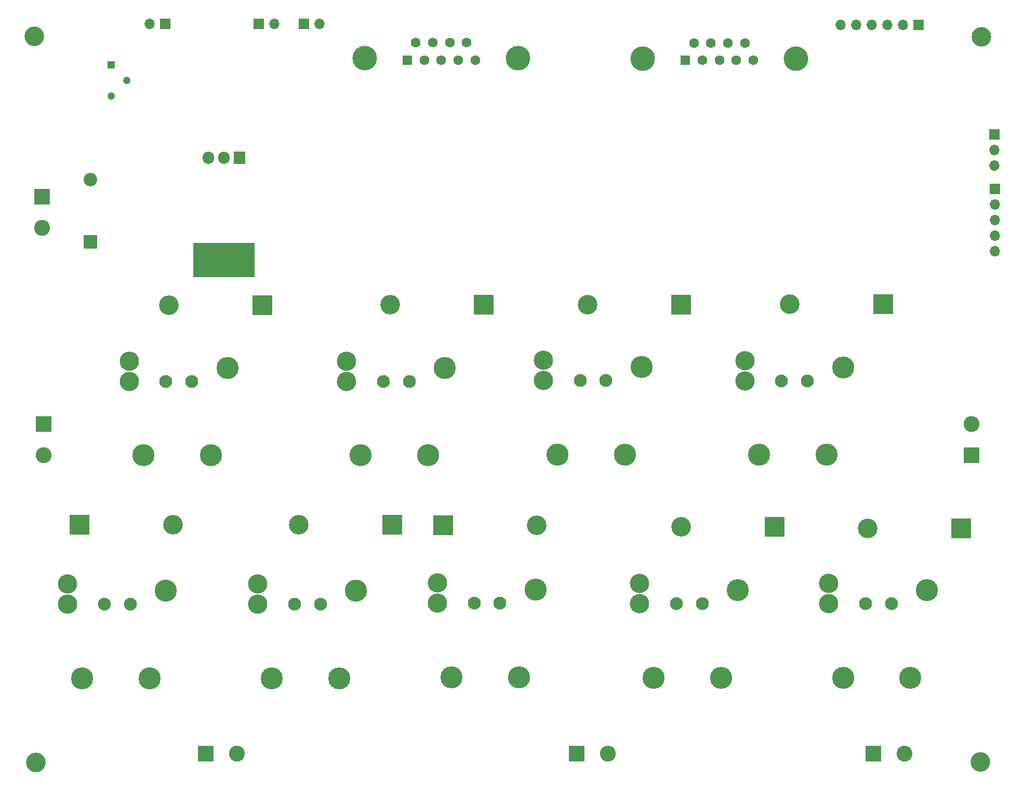
<source format=gbr>
%TF.GenerationSoftware,KiCad,Pcbnew,7.0.2-6a45011f42~172~ubuntu22.04.1*%
%TF.CreationDate,2023-04-27T13:30:22+02:00*%
%TF.ProjectId,Grup3_Tarda_Projecte_Netejaparabrises,47727570-335f-4546-9172-64615f50726f,1.4.27042023*%
%TF.SameCoordinates,Original*%
%TF.FileFunction,Soldermask,Bot*%
%TF.FilePolarity,Negative*%
%FSLAX46Y46*%
G04 Gerber Fmt 4.6, Leading zero omitted, Abs format (unit mm)*
G04 Created by KiCad (PCBNEW 7.0.2-6a45011f42~172~ubuntu22.04.1) date 2023-04-27 13:30:22*
%MOMM*%
%LPD*%
G01*
G04 APERTURE LIST*
%ADD10C,3.200000*%
%ADD11R,1.700000X1.700000*%
%ADD12O,1.700000X1.700000*%
%ADD13R,2.600000X2.600000*%
%ADD14C,2.600000*%
%ADD15C,2.100000*%
%ADD16C,3.150000*%
%ADD17C,3.600000*%
%ADD18R,1.222000X1.222000*%
%ADD19C,1.222000*%
%ADD20R,3.200000X3.200000*%
%ADD21O,3.200000X3.200000*%
%ADD22R,2.200000X2.200000*%
%ADD23O,2.200000X2.200000*%
%ADD24O,3.500000X3.500000*%
%ADD25R,1.905000X2.000000*%
%ADD26O,1.905000X2.000000*%
%ADD27R,10.000000X5.600000*%
%ADD28C,4.000000*%
%ADD29R,1.600000X1.600000*%
%ADD30C,1.600000*%
G04 APERTURE END LIST*
D10*
%TO.C,REF98*%
X57520000Y-155070000D03*
%TD*%
D11*
%TO.C,J7*%
X78680000Y-34605000D03*
D12*
X76140000Y-34605000D03*
%TD*%
D13*
%TO.C,J8*%
X85255000Y-153645000D03*
D14*
X90335000Y-153645000D03*
%TD*%
D13*
%TO.C,J10*%
X58795000Y-99845000D03*
D14*
X58795000Y-104925000D03*
%TD*%
D15*
%TO.C,K3*%
X99725000Y-129230000D03*
X103925000Y-129230000D03*
D16*
X93725000Y-125930000D03*
D17*
X96025000Y-141330000D03*
D16*
X93725000Y-129230000D03*
D17*
X107025000Y-141330000D03*
X109725000Y-127030000D03*
%TD*%
D10*
%TO.C,REF99*%
X57290000Y-36620000D03*
%TD*%
%TO.C,REF97*%
X211470000Y-155000000D03*
%TD*%
D18*
%TO.C,RPOT1*%
X69830000Y-41304500D03*
D19*
X72370000Y-43844500D03*
X69830000Y-46384500D03*
%TD*%
D20*
%TO.C,D12*%
X208350000Y-116940000D03*
D21*
X193110000Y-116940000D03*
%TD*%
D15*
%TO.C,K2*%
X114210000Y-92900000D03*
X118410000Y-92900000D03*
D16*
X108210000Y-89600000D03*
D17*
X110510000Y-105000000D03*
D16*
X108210000Y-92900000D03*
D17*
X121510000Y-105000000D03*
X124210000Y-90700000D03*
%TD*%
D20*
%TO.C,D6*%
X115620000Y-116340000D03*
D21*
X100380000Y-116340000D03*
%TD*%
D13*
%TO.C,J9*%
X145705000Y-153645000D03*
D14*
X150785000Y-153645000D03*
%TD*%
D22*
%TO.C,D1*%
X66440000Y-70200000D03*
D23*
X66440000Y-60040000D03*
%TD*%
D15*
%TO.C,K4*%
X68760000Y-129230000D03*
X72960000Y-129230000D03*
D16*
X62760000Y-125930000D03*
D17*
X65060000Y-141330000D03*
D16*
X62760000Y-129230000D03*
D17*
X76060000Y-141330000D03*
X78760000Y-127030000D03*
%TD*%
D11*
%TO.C,J2*%
X201390000Y-34780000D03*
D12*
X198850000Y-34780000D03*
X196310000Y-34780000D03*
X193770000Y-34780000D03*
X191230000Y-34780000D03*
X188690000Y-34780000D03*
%TD*%
D10*
%TO.C,REF96*%
X211680000Y-36690000D03*
%TD*%
D24*
%TO.C,IC1*%
X88200000Y-73120000D03*
D25*
X90740000Y-56460000D03*
D26*
X88200000Y-56460000D03*
D27*
X88190000Y-73110000D03*
D26*
X85660000Y-56460000D03*
%TD*%
D28*
%TO.C,J6*%
X181445000Y-40240000D03*
X156445000Y-40240000D03*
D29*
X163405000Y-40540000D03*
D30*
X166175000Y-40540000D03*
X168945000Y-40540000D03*
X171715000Y-40540000D03*
X174485000Y-40540000D03*
X164790000Y-37700000D03*
X167560000Y-37700000D03*
X170330000Y-37700000D03*
X173100000Y-37700000D03*
%TD*%
D20*
%TO.C,D4*%
X94440000Y-80480000D03*
D21*
X79200000Y-80480000D03*
%TD*%
D11*
%TO.C,J13*%
X93860000Y-34600000D03*
D12*
X96400000Y-34600000D03*
%TD*%
D20*
%TO.C,D10*%
X123950000Y-116430000D03*
D21*
X139190000Y-116430000D03*
%TD*%
D11*
%TO.C,J3*%
X213810000Y-61490000D03*
D12*
X213810000Y-64030000D03*
X213810000Y-66570000D03*
X213810000Y-69110000D03*
X213810000Y-71650000D03*
%TD*%
D13*
%TO.C,J1*%
X58575000Y-62790000D03*
D14*
X58575000Y-67870000D03*
%TD*%
D11*
%TO.C,J14*%
X101210000Y-34600000D03*
D12*
X103750000Y-34600000D03*
%TD*%
D15*
%TO.C,K1*%
X78760000Y-92900000D03*
X82960000Y-92900000D03*
D16*
X72760000Y-89600000D03*
D17*
X75060000Y-105000000D03*
D16*
X72760000Y-92900000D03*
D17*
X86060000Y-105000000D03*
X88760000Y-90700000D03*
%TD*%
D28*
%TO.C,J5*%
X136120000Y-40210000D03*
X111120000Y-40210000D03*
D29*
X118080000Y-40510000D03*
D30*
X120850000Y-40510000D03*
X123620000Y-40510000D03*
X126390000Y-40510000D03*
X129160000Y-40510000D03*
X119465000Y-37670000D03*
X122235000Y-37670000D03*
X125005000Y-37670000D03*
X127775000Y-37670000D03*
%TD*%
D15*
%TO.C,K9*%
X192790000Y-129200000D03*
X196990000Y-129200000D03*
D16*
X186790000Y-125900000D03*
D17*
X189090000Y-141300000D03*
D16*
X186790000Y-129200000D03*
D17*
X200090000Y-141300000D03*
X202790000Y-127000000D03*
%TD*%
D13*
%TO.C,J11*%
X210005000Y-104985000D03*
D14*
X210005000Y-99905000D03*
%TD*%
D20*
%TO.C,D9*%
X162710000Y-80410000D03*
D21*
X147470000Y-80410000D03*
%TD*%
D15*
%TO.C,K7*%
X128990000Y-129105000D03*
X133190000Y-129105000D03*
D16*
X122990000Y-125805000D03*
D17*
X125290000Y-141205000D03*
D16*
X122990000Y-129105000D03*
D17*
X136290000Y-141205000D03*
X138990000Y-126905000D03*
%TD*%
D20*
%TO.C,D11*%
X177990000Y-116640000D03*
D21*
X162750000Y-116640000D03*
%TD*%
D20*
%TO.C,D7*%
X64630000Y-116340000D03*
D21*
X79870000Y-116340000D03*
%TD*%
D20*
%TO.C,D8*%
X195640000Y-80340000D03*
D21*
X180400000Y-80340000D03*
%TD*%
D15*
%TO.C,K5*%
X179090000Y-92820000D03*
X183290000Y-92820000D03*
D16*
X173090000Y-89520000D03*
D17*
X175390000Y-104920000D03*
D16*
X173090000Y-92820000D03*
D17*
X186390000Y-104920000D03*
X189090000Y-90620000D03*
%TD*%
D15*
%TO.C,K6*%
X146250000Y-92740000D03*
X150450000Y-92740000D03*
D16*
X140250000Y-89440000D03*
D17*
X142550000Y-104840000D03*
D16*
X140250000Y-92740000D03*
D17*
X153550000Y-104840000D03*
X156250000Y-90540000D03*
%TD*%
D13*
%TO.C,J12*%
X194005000Y-153645000D03*
D14*
X199085000Y-153645000D03*
%TD*%
D20*
%TO.C,D5*%
X130540000Y-80425000D03*
D21*
X115300000Y-80425000D03*
%TD*%
D11*
%TO.C,J4*%
X213770000Y-52610000D03*
D12*
X213770000Y-55150000D03*
X213770000Y-57690000D03*
%TD*%
D15*
%TO.C,K8*%
X161950000Y-129190000D03*
X166150000Y-129190000D03*
D16*
X155950000Y-125890000D03*
D17*
X158250000Y-141290000D03*
D16*
X155950000Y-129190000D03*
D17*
X169250000Y-141290000D03*
X171950000Y-126990000D03*
%TD*%
M02*

</source>
